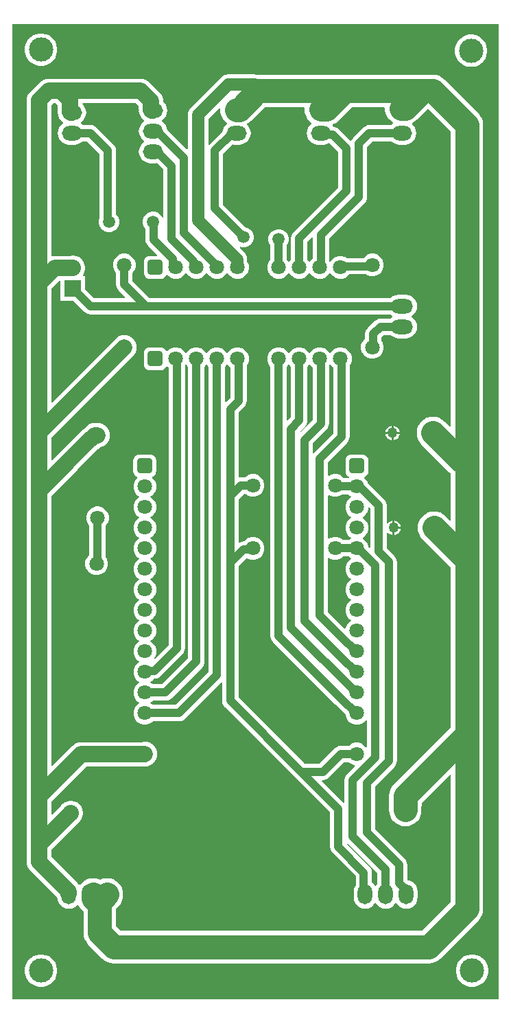
<source format=gbl>
G04*
G04 #@! TF.GenerationSoftware,Altium Limited,Altium Designer,21.0.9 (235)*
G04*
G04 Layer_Physical_Order=2*
G04 Layer_Color=16711680*
%FSTAX44Y44*%
%MOMM*%
G71*
G04*
G04 #@! TF.SameCoordinates,00477293-EDE4-4511-9B12-11A9C6AA5166*
G04*
G04*
G04 #@! TF.FilePolarity,Positive*
G04*
G01*
G75*
%ADD10C,3.0000*%
%ADD11C,1.0000*%
%ADD12C,2.0000*%
%ADD13C,1.5000*%
%ADD14C,1.2750*%
%ADD15R,1.2750X1.2750*%
%ADD16C,3.0000*%
%ADD17C,2.0320*%
%ADD18O,1.8000X2.5000*%
%ADD19O,2.5000X1.8000*%
G04:AMPARAMS|DCode=20|XSize=1.8mm|YSize=1.8mm|CornerRadius=0.225mm|HoleSize=0mm|Usage=FLASHONLY|Rotation=0.000|XOffset=0mm|YOffset=0mm|HoleType=Round|Shape=RoundedRectangle|*
%AMROUNDEDRECTD20*
21,1,1.8000,1.3500,0,0,0.0*
21,1,1.3500,1.8000,0,0,0.0*
1,1,0.4500,0.6750,-0.6750*
1,1,0.4500,-0.6750,-0.6750*
1,1,0.4500,-0.6750,0.6750*
1,1,0.4500,0.6750,0.6750*
%
%ADD20ROUNDEDRECTD20*%
%ADD21C,1.8000*%
G04:AMPARAMS|DCode=22|XSize=1.8mm|YSize=1.8mm|CornerRadius=0.225mm|HoleSize=0mm|Usage=FLASHONLY|Rotation=270.000|XOffset=0mm|YOffset=0mm|HoleType=Round|Shape=RoundedRectangle|*
%AMROUNDEDRECTD22*
21,1,1.8000,1.3500,0,0,270.0*
21,1,1.3500,1.8000,0,0,270.0*
1,1,0.4500,-0.6750,-0.6750*
1,1,0.4500,-0.6750,0.6750*
1,1,0.4500,0.6750,0.6750*
1,1,0.4500,0.6750,-0.6750*
%
%ADD22ROUNDEDRECTD22*%
%ADD23R,2.0320X2.0320*%
%ADD24O,2.7000X1.8000*%
%ADD25C,1.5000*%
G36*
X0060071Y0D02*
X0000127D01*
X00001173Y-00000097D01*
X0Y00000389D01*
Y0120269D01*
X0060071D01*
Y0D01*
D02*
G37*
%LPC*%
G36*
X0003753Y0119094D02*
X0003359D01*
X00029726Y01190171D01*
X00026086Y01188664D01*
X00022811Y01186475D01*
X00020025Y01183689D01*
X00017836Y01180414D01*
X00016329Y01176774D01*
X0001556Y0117291D01*
Y0116897D01*
X00016329Y01165106D01*
X00017836Y01161467D01*
X00020025Y01158191D01*
X00022811Y01155405D01*
X00026086Y01153216D01*
X00029726Y01151709D01*
X0003359Y0115094D01*
X0003753D01*
X00041394Y01151709D01*
X00045033Y01153216D01*
X00048309Y01155405D01*
X00051095Y01158191D01*
X00053284Y01161467D01*
X00054791Y01165106D01*
X0005556Y0116897D01*
Y0117291D01*
X00054791Y01176774D01*
X00053284Y01180414D01*
X00051095Y01183689D01*
X00048309Y01186475D01*
X00045033Y01188664D01*
X00041394Y01190171D01*
X0003753Y0119094D01*
D02*
G37*
G36*
X0056839Y0118967D02*
X0056445D01*
X00560586Y01188901D01*
X00556946Y01187394D01*
X00553671Y01185205D01*
X00550885Y01182419D01*
X00548696Y01179144D01*
X00547189Y01175504D01*
X0054642Y0117164D01*
Y011677D01*
X00547189Y01163836D01*
X00548696Y01160197D01*
X00550885Y01156921D01*
X00553671Y01154135D01*
X00556946Y01151946D01*
X00560586Y01150439D01*
X0056445Y0114967D01*
X0056839D01*
X00572254Y01150439D01*
X00575894Y01151946D01*
X00579169Y01154135D01*
X00581955Y01156921D01*
X00584144Y01160197D01*
X00585651Y01163836D01*
X0058642Y011677D01*
Y0117164D01*
X00585651Y01175504D01*
X00584144Y01179144D01*
X00581955Y01182419D01*
X00579169Y01185205D01*
X00575894Y01187394D01*
X00572254Y01188901D01*
X0056839Y0118967D01*
D02*
G37*
G36*
X0029941Y01140368D02*
X002667D01*
X00263437Y01139938D01*
X00260396Y01138679D01*
X00257785Y01136675D01*
X00220435Y01099325D01*
X00218431Y01096714D01*
X00217172Y01093673D01*
X00216742Y0109041D01*
Y01048751D01*
X00215569Y01048265D01*
X00191366Y01072468D01*
X0019113Y01074265D01*
X00189719Y0107767D01*
X00187475Y01080595D01*
X00184916Y01082558D01*
X00184814Y01082901D01*
Y01083719D01*
X00184916Y01084062D01*
X00187475Y01086025D01*
X00189719Y0108895D01*
X0019113Y01092355D01*
X00191611Y0109601D01*
X0019113Y01099665D01*
X00189719Y0110307D01*
X00187475Y01105995D01*
X00186563Y01106695D01*
Y01107424D01*
X00186563Y01107424D01*
X00186273Y01110365D01*
X00185415Y01113192D01*
X00184022Y01115798D01*
X00182148Y01118082D01*
X00169432Y01130798D01*
X00167148Y01132672D01*
X00164542Y01134065D01*
X00161715Y01134923D01*
X00158774Y01135213D01*
X00044736D01*
X00041795Y01134923D01*
X00038968Y01134065D01*
X00036362Y01132672D01*
X00034078Y01130798D01*
X00022362Y01119082D01*
X00020488Y01116798D01*
X00019095Y01114192D01*
X00018237Y01111365D01*
X00017947Y01108424D01*
Y00882273D01*
Y006985D01*
Y00627223D01*
Y0025019D01*
Y001905D01*
Y0016987D01*
X00018237Y00166929D01*
X00019095Y00164102D01*
X00020488Y00161496D01*
X00022362Y00159212D01*
X00055107Y00126467D01*
X00055925Y00123772D01*
X00056062Y00123516D01*
X0005621Y00122385D01*
X00057621Y0011898D01*
X00059865Y00116055D01*
X0006279Y00113811D01*
X00066195Y001124D01*
X0006985Y00111919D01*
X00073505Y001124D01*
X0007691Y00113811D01*
X00079835Y00116055D01*
X00080216Y00116552D01*
X00081722Y00116428D01*
X0008314Y00113775D01*
X00085639Y00110729D01*
X00087853Y00108516D01*
Y00082344D01*
X00088239Y00078423D01*
X00089383Y00074653D01*
X0009124Y00071178D01*
X00093739Y00068133D01*
X00111313Y0005056D01*
X00111313Y00050559D01*
X00114358Y0004806D01*
X00117833Y00046203D01*
X00121603Y00045059D01*
X00125524Y00044673D01*
X00125524Y00044673D01*
X0051435D01*
X00518271Y00045059D01*
X00522041Y00046203D01*
X00525515Y0004806D01*
X00528561Y00050559D01*
X00575551Y00097549D01*
X0057805Y00100595D01*
X00579907Y00104069D01*
X00581051Y00107839D01*
X00581437Y0011176D01*
Y00326928D01*
Y0054102D01*
X00581437Y0054102D01*
X00581437Y0054102D01*
Y0061722D01*
X00581124Y00620395D01*
X00581437Y0062357D01*
Y0066421D01*
Y0107823D01*
X00581437Y0107823D01*
X00581051Y01082151D01*
X00579907Y01085921D01*
X0057805Y01089395D01*
X00575551Y01092441D01*
X00533641Y01134351D01*
X00530595Y0113685D01*
X00527121Y01138707D01*
X00523351Y01139851D01*
X0051943Y01140237D01*
X0030353D01*
X0030353Y01140237D01*
X00301743Y01140061D01*
X0029941Y01140368D01*
D02*
G37*
G36*
X0056966Y0005556D02*
X0056572D01*
X00561856Y00054791D01*
X00558217Y00053284D01*
X00554941Y00051095D01*
X00552155Y00048309D01*
X00549966Y00045033D01*
X00548459Y00041394D01*
X0054769Y0003753D01*
Y0003359D01*
X00548459Y00029726D01*
X00549966Y00026086D01*
X00552155Y00022811D01*
X00554941Y00020025D01*
X00558217Y00017836D01*
X00561856Y00016329D01*
X0056572Y0001556D01*
X0056966D01*
X00573524Y00016329D01*
X00577164Y00017836D01*
X00580439Y00020025D01*
X00583225Y00022811D01*
X00585414Y00026086D01*
X00586921Y00029726D01*
X0058769Y0003359D01*
Y0003753D01*
X00586921Y00041394D01*
X00585414Y00045033D01*
X00583225Y00048309D01*
X00580439Y00051095D01*
X00577164Y00053284D01*
X00573524Y00054791D01*
X0056966Y0005556D01*
D02*
G37*
G36*
X0003753D02*
X0003359D01*
X00029726Y00054791D01*
X00026086Y00053284D01*
X00022811Y00051095D01*
X00020025Y00048309D01*
X00017836Y00045033D01*
X00016329Y00041394D01*
X0001556Y0003753D01*
Y0003359D01*
X00016329Y00029726D01*
X00017836Y00026086D01*
X00020025Y00022811D01*
X00022811Y00020025D01*
X00026086Y00017836D01*
X00029726Y00016329D01*
X0003359Y0001556D01*
X0003753D01*
X00041394Y00016329D01*
X00045033Y00017836D01*
X00048309Y00020025D01*
X00051095Y00022811D01*
X00053284Y00026086D01*
X00054791Y00029726D01*
X0005556Y0003359D01*
Y0003753D01*
X00054791Y00041394D01*
X00053284Y00045033D01*
X00051095Y00048309D01*
X00048309Y00051095D01*
X00045033Y00053284D01*
X00041394Y00054791D01*
X0003753Y0005556D01*
D02*
G37*
%LPD*%
G36*
X00459999Y01099102D02*
X00459963Y0109874D01*
X00460349Y01094819D01*
X00461493Y01091049D01*
X0046335Y01087575D01*
X00465849Y01084529D01*
X00468895Y0108203D01*
X00470164Y01081351D01*
X00470223Y0107988D01*
X00467977Y01078156D01*
X00440878D01*
X00438267Y01077813D01*
X00435835Y01076805D01*
X00433746Y01075202D01*
X00420893Y0106235D01*
X00419291Y01060261D01*
X00418786Y01059044D01*
X00417288Y01058746D01*
X00402899Y01073135D01*
X0040081Y01074738D01*
X00398378Y01075745D01*
X00396019Y01076056D01*
X00395188Y01077139D01*
X0039566Y0107861D01*
X00396001Y01078713D01*
X00399475Y0108057D01*
X00402521Y01083069D01*
X00419494Y01100043D01*
X00459146D01*
X00459999Y01099102D01*
D02*
G37*
G36*
X00256898Y01098437D02*
X00256763Y0109707D01*
X00257149Y01093149D01*
X00258293Y01089379D01*
X0026015Y01085905D01*
X00262649Y01082859D01*
X00265018Y01080916D01*
X0026504Y01079333D01*
X00263375Y01078055D01*
X00261131Y0107513D01*
X0025972Y01071725D01*
X00259484Y01069928D01*
X00243228Y01053672D01*
X00241958Y01053912D01*
Y01085188D01*
X0025575Y0109898D01*
X00256898Y01098437D01*
D02*
G37*
G36*
X00156417Y01101181D02*
Y0109701D01*
X00156453Y01096647D01*
X00156369Y0109601D01*
X0015685Y01092355D01*
X00158261Y0108895D01*
X00160505Y01086025D01*
X00163064Y01084062D01*
X00163166Y01083719D01*
Y01082901D01*
X00163064Y01082558D01*
X00160505Y01080595D01*
X00158261Y0107767D01*
X0015685Y01074265D01*
X00156369Y0107061D01*
X0015685Y01066955D01*
X00158261Y0106355D01*
X00160505Y01060625D01*
X00163064Y01058662D01*
X00163166Y01058319D01*
Y01057501D01*
X00163064Y01057158D01*
X00160505Y01055195D01*
X00158261Y0105227D01*
X0015685Y01048865D01*
X00156369Y0104521D01*
X0015685Y01041555D01*
X00158261Y0103815D01*
X00160505Y01035225D01*
X0016343Y01032981D01*
X00166835Y0103157D01*
X0017049Y01031089D01*
X0017749D01*
X00178662Y01031244D01*
X00186764Y01023142D01*
Y00964135D01*
X00186683Y00964102D01*
X00185494Y00963925D01*
X00183993Y00966525D01*
X00181665Y00968852D01*
X00178815Y00970498D01*
X00175636Y0097135D01*
X00172344D01*
X00169165Y00970498D01*
X00166315Y00968852D01*
X00163988Y00966525D01*
X00162342Y00963675D01*
X0016149Y00960496D01*
Y00957204D01*
X00162342Y00954025D01*
X00163988Y00951175D01*
X00164535Y00950627D01*
Y00936628D01*
X00164879Y00934018D01*
X00165887Y00931585D01*
X0016749Y00929496D01*
X0017906Y00917926D01*
X00178574Y00916752D01*
X0016978D01*
X00167887Y00916503D01*
X00166124Y00915773D01*
X00164609Y00914611D01*
X00163447Y00913096D01*
X00162717Y00911333D01*
X00162467Y0090944D01*
Y0089594D01*
X00162717Y00894047D01*
X00163447Y00892284D01*
X00164609Y00890769D01*
X00166124Y00889607D01*
X00167887Y00888877D01*
X0016978Y00888627D01*
X0018328D01*
X00185173Y00888877D01*
X00186936Y00889607D01*
X00188451Y00890769D01*
X00189613Y00892284D01*
X00189943Y00893082D01*
X00191441Y0089338D01*
X00193334Y00891487D01*
X00196526Y00889644D01*
X00200087Y0088869D01*
X00203773D01*
X00207334Y00889644D01*
X00210526Y00891487D01*
X00213133Y00894094D01*
X00213995Y00895587D01*
X00215265D01*
X00216127Y00894094D01*
X00218734Y00891487D01*
X00221926Y00889644D01*
X00225487Y0088869D01*
X00229173D01*
X00232734Y00889644D01*
X00235926Y00891487D01*
X00238533Y00894094D01*
X00239395Y00895587D01*
X00240665D01*
X00241527Y00894094D01*
X00244134Y00891487D01*
X00247326Y00889644D01*
X00250887Y0088869D01*
X00254573D01*
X00258134Y00889644D01*
X00261326Y00891487D01*
X00263933Y00894094D01*
X00264795Y00895587D01*
X00266065D01*
X00266927Y00894094D01*
X00269534Y00891487D01*
X00272726Y00889644D01*
X00276287Y0088869D01*
X00279973D01*
X00283534Y00889644D01*
X00286726Y00891487D01*
X00289333Y00894094D01*
X00291176Y00897286D01*
X0029213Y00900847D01*
Y00904533D01*
X00291176Y00908094D01*
X00290164Y00909847D01*
Y00912434D01*
X00289734Y00915697D01*
X00288475Y00918738D01*
X00286471Y00921349D01*
X00281004Y00926816D01*
X00281662Y00927954D01*
X00284104Y009273D01*
X00287396D01*
X00290575Y00928152D01*
X00293425Y00929798D01*
X00295753Y00932125D01*
X00297398Y00934975D01*
X0029825Y00938154D01*
Y00941446D01*
X00297398Y00944625D01*
X00295753Y00947475D01*
X00293425Y00949802D01*
X00290575Y00951448D01*
X00287558Y00952257D01*
X00260276Y00979538D01*
Y01042192D01*
X00272188Y01054104D01*
X0027336Y01053949D01*
X0028036D01*
X00284015Y0105443D01*
X0028742Y01055841D01*
X00290345Y01058085D01*
X00292589Y0106101D01*
X00294Y01064415D01*
X00294481Y0106807D01*
X00294Y01071725D01*
X00292589Y0107513D01*
X00290345Y01078055D01*
X0029003Y01078297D01*
X00290133Y01079563D01*
X00291625Y0108036D01*
X00294671Y01082859D01*
X00311854Y01100043D01*
X0036023D01*
X00361083Y01099102D01*
X00360903Y0109728D01*
X00361289Y01093359D01*
X00362433Y01089589D01*
X0036429Y01086115D01*
X00366789Y01083069D01*
X0036929Y01081018D01*
X00369376Y01079483D01*
X00367515Y01078055D01*
X00365271Y0107513D01*
X0036386Y01071725D01*
X00363379Y0106807D01*
X0036386Y01064415D01*
X00365271Y0106101D01*
X00367515Y01058085D01*
X0037044Y01055841D01*
X00373845Y0105443D01*
X003775Y01053949D01*
X003845D01*
X00388155Y0105443D01*
X0039156Y01055841D01*
X00391619Y01055886D01*
X00402664Y01044842D01*
Y01001128D01*
X00347198Y00945662D01*
X00345595Y00943573D01*
X00344587Y00941141D01*
X00344244Y0093853D01*
Y00912403D01*
X00343127Y00911286D01*
X00342265Y00909793D01*
X00340995D01*
X00340133Y00911286D01*
X00339016Y00912403D01*
Y0092973D01*
X00340578Y00932435D01*
X0034143Y00935614D01*
Y00938906D01*
X00340578Y00942085D01*
X00338932Y00944935D01*
X00336605Y00947262D01*
X00333755Y00948908D01*
X00330576Y0094976D01*
X00327284D01*
X00324105Y00948908D01*
X00321255Y00947262D01*
X00318927Y00944935D01*
X00317282Y00942085D01*
X0031643Y00938906D01*
Y00935614D01*
X00317282Y00932435D01*
X00318844Y0092973D01*
Y00912403D01*
X00317727Y00911286D01*
X00315884Y00908094D01*
X0031493Y00904533D01*
Y00900847D01*
X00315884Y00897286D01*
X00317727Y00894094D01*
X00320334Y00891487D01*
X00323526Y00889644D01*
X00327087Y0088869D01*
X00330773D01*
X00334334Y00889644D01*
X00337526Y00891487D01*
X00340133Y00894094D01*
X00340995Y00895587D01*
X00342265D01*
X00343127Y00894094D01*
X00345734Y00891487D01*
X00348926Y00889644D01*
X00352487Y0088869D01*
X00356173D01*
X00359734Y00889644D01*
X00362926Y00891487D01*
X00365533Y00894094D01*
X00366395Y00895587D01*
X00367665D01*
X00368527Y00894094D01*
X00371134Y00891487D01*
X00374326Y00889644D01*
X00377887Y0088869D01*
X00381573D01*
X00385134Y00889644D01*
X00388326Y00891487D01*
X00390933Y00894094D01*
X00391795Y00895587D01*
X00393065D01*
X00393927Y00894094D01*
X00396534Y00891487D01*
X00399726Y00889644D01*
X00403287Y0088869D01*
X00406973D01*
X00410534Y00889644D01*
X00413726Y00891487D01*
X00416253Y00894014D01*
X00436412D01*
X00439096Y00892464D01*
X00442657Y0089151D01*
X00446343D01*
X00449904Y00892464D01*
X00453096Y00894307D01*
X00455703Y00896914D01*
X00457546Y00900106D01*
X004585Y00903667D01*
Y00907353D01*
X00457546Y00910914D01*
X00455703Y00914106D01*
X00453096Y00916713D01*
X00449904Y00918556D01*
X00446343Y0091951D01*
X00442657D01*
X00439096Y00918556D01*
X00435904Y00916713D01*
X00433377Y00914186D01*
X00413218D01*
X00410534Y00915736D01*
X00406973Y0091669D01*
X00403287D01*
X00399726Y00915736D01*
X00396534Y00913893D01*
X00393927Y00911286D01*
X00393065Y00909793D01*
X00391795D01*
X00391086Y0091102D01*
Y00938162D01*
X00435158Y00982233D01*
X0043676Y00984322D01*
X00437768Y00986755D01*
X00438112Y00989365D01*
Y0105104D01*
X00445056Y01057984D01*
X00467977D01*
X0047077Y01055841D01*
X00474175Y0105443D01*
X0047783Y01053949D01*
X0048483D01*
X00488485Y0105443D01*
X0049189Y01055841D01*
X00494815Y01058085D01*
X00497059Y0106101D01*
X0049847Y01064415D01*
X00498951Y0106807D01*
X0049847Y01071725D01*
X00497059Y0107513D01*
X00494815Y01078055D01*
X00493535Y01079037D01*
X00493711Y01080502D01*
X00496569Y0108203D01*
X00499615Y01084529D01*
X00513117Y01098032D01*
X00541243Y01069906D01*
Y00706767D01*
X0054007Y00706281D01*
X00533641Y00712711D01*
X00530595Y0071521D01*
X00527121Y00717067D01*
X00523351Y00718211D01*
X0051943Y00718597D01*
X00515509Y00718211D01*
X00511739Y00717067D01*
X00508265Y0071521D01*
X00505219Y00712711D01*
X0050272Y00709665D01*
X00500863Y00706191D01*
X00499719Y00702421D01*
X00499333Y006985D01*
X00499719Y00694579D01*
X00500863Y00690809D01*
X0050272Y00687335D01*
X00505219Y00684289D01*
X00539509Y0065D01*
X00539509Y00649999D01*
X00541243Y00648577D01*
Y0062357D01*
X00541556Y00620395D01*
X00541243Y0061722D01*
Y00591197D01*
X0054007Y00590711D01*
X00534911Y00595871D01*
X00531865Y0059837D01*
X00528391Y00600227D01*
X00524621Y00601371D01*
X005207Y00601757D01*
X00516779Y00601371D01*
X00513009Y00600227D01*
X00509535Y0059837D01*
X00506489Y00595871D01*
X0050399Y00592825D01*
X00502133Y00589351D01*
X00500989Y00585581D01*
X00500603Y0058166D01*
X00500989Y00577739D01*
X00502133Y00573969D01*
X0050399Y00570495D01*
X00506489Y00567449D01*
X00541243Y00532696D01*
Y00335252D01*
X00471139Y00265149D01*
X0046864Y00262103D01*
X00466783Y00258629D01*
X00465639Y00254859D01*
X00465253Y00250938D01*
Y0023368D01*
X00465639Y00229759D01*
X00466783Y00225989D01*
X0046864Y00222515D01*
X00471139Y00219469D01*
X00474185Y0021697D01*
X00477659Y00215113D01*
X00481429Y00213969D01*
X0048535Y00213583D01*
X00489271Y00213969D01*
X00493041Y00215113D01*
X00496515Y0021697D01*
X00499561Y00219469D01*
X0050206Y00222515D01*
X00503917Y00225989D01*
X00505061Y00229759D01*
X00505447Y0023368D01*
Y00242614D01*
X0054007Y00277237D01*
X00541243Y00276751D01*
Y00120084D01*
X00506026Y00084867D01*
X00133848D01*
X00128047Y00090668D01*
Y00112116D01*
X00131261Y00115329D01*
X0013376Y00118375D01*
X00135617Y00121849D01*
X00136761Y00125619D01*
X00137147Y0012954D01*
X00136761Y00133461D01*
X00135617Y00137231D01*
X0013376Y00140705D01*
X00131261Y00143751D01*
X00128215Y0014625D01*
X00124741Y00148107D01*
X00120971Y00149251D01*
X0011705Y00149637D01*
X00113129Y00149251D01*
X00109359Y00148107D01*
X0010845Y00147621D01*
X00107541Y00148107D01*
X00103771Y00149251D01*
X0009985Y00149637D01*
X00095929Y00149251D01*
X00092159Y00148107D01*
X00088685Y0014625D01*
X00085639Y00143751D01*
X00083783Y00141488D01*
X00082985Y00141446D01*
X00082231Y00141599D01*
X00080508Y00143698D01*
X00048093Y00176113D01*
Y00184257D01*
X00081681Y00217845D01*
X00082054Y00218095D01*
X00084165Y00220206D01*
X00085825Y00222689D01*
X00086967Y00225448D01*
X0008755Y00228377D01*
Y00231363D01*
X00086967Y00234292D01*
X00085825Y00237051D01*
X00084165Y00239534D01*
X00082054Y00241646D01*
X00079571Y00243305D01*
X00076812Y00244447D01*
X00073883Y0024503D01*
X00070897D01*
X00067968Y00244447D01*
X00065209Y00243305D01*
X00062726Y00241646D01*
X00060615Y00239534D01*
X00060366Y00239161D01*
X00049266Y00228062D01*
X00048093Y00228548D01*
Y00243947D01*
X00091333Y00287187D01*
X001633D01*
X00166241Y00287477D01*
X00169068Y00288335D01*
X00171674Y00289728D01*
X00173958Y00291602D01*
X00174358Y00292002D01*
X00176232Y00294286D01*
X00177625Y00296892D01*
X00178483Y0029972D01*
X00178773Y0030266D01*
X00178483Y003056D01*
X00177625Y00308428D01*
X00176232Y00311034D01*
X00174358Y00313318D01*
X00172074Y00315192D01*
X00169468Y00316585D01*
X0016664Y00317443D01*
X001637Y00317733D01*
X0016076Y00317443D01*
X00160396Y00317333D01*
X0008509D01*
X00082149Y00317043D01*
X00079322Y00316185D01*
X00076716Y00314792D01*
X00074432Y00312918D01*
X00049266Y00287752D01*
X00048093Y00288238D01*
Y0062098D01*
X00080586Y00653474D01*
X00080586Y00653474D01*
X00105209Y00678096D01*
X0010567Y00678343D01*
X00107954Y00680217D01*
X00108457Y00680721D01*
X00111178Y00681546D01*
X00113784Y00682939D01*
X00116068Y00684813D01*
X00117942Y00687097D01*
X00119335Y00689703D01*
X00120193Y00692531D01*
X00120483Y00695471D01*
X00120193Y00698412D01*
X00119335Y00701239D01*
X00117942Y00703845D01*
X00116068Y00706129D01*
X00113784Y00708003D01*
X00111178Y00709396D01*
X0010835Y00710254D01*
X0010541Y00710544D01*
X00101892D01*
X00098952Y00710254D01*
X00096124Y00709396D01*
X00093518Y00708003D01*
X00091234Y00706129D01*
X00088759Y00703654D01*
X00088298Y00703407D01*
X00086014Y00701533D01*
X00059271Y0067479D01*
X00059271Y0067479D01*
X00049266Y00664785D01*
X00048093Y00665271D01*
Y00692257D01*
X00149088Y00793252D01*
X00150962Y00795536D01*
X00152355Y00798142D01*
X00153213Y00800969D01*
X00153503Y0080391D01*
X00153213Y00806851D01*
X00152355Y00809678D01*
X00150962Y00812284D01*
X00149088Y00814568D01*
X00146804Y00816442D01*
X00144198Y00817835D01*
X0014137Y00818693D01*
X0013843Y00818983D01*
X0013549Y00818693D01*
X00132662Y00817835D01*
X00130056Y00816442D01*
X00127772Y00814568D01*
X00049266Y00736062D01*
X00048093Y00736548D01*
Y0087603D01*
X000585Y00886437D01*
X0005977Y00886255D01*
Y0086114D01*
X00075826D01*
X00089388Y00847578D01*
X00091477Y00845975D01*
X0009391Y00844967D01*
X0009652Y00844624D01*
X00466977D01*
X00469403Y00842762D01*
X00469506Y00842419D01*
Y00841601D01*
X00469403Y00841258D01*
X00466977Y00839396D01*
X0045466D01*
X00452049Y00839053D01*
X00449617Y00838045D01*
X00447528Y00836442D01*
X00438628Y00827542D01*
X00437025Y00825453D01*
X00436017Y0082302D01*
X00435674Y0082041D01*
Y00814883D01*
X00433297Y00812506D01*
X00431454Y00809314D01*
X004305Y00805753D01*
Y00802067D01*
X00431454Y00798506D01*
X00433297Y00795314D01*
X00435904Y00792707D01*
X00439096Y00790864D01*
X00442657Y0078991D01*
X00446343D01*
X00449904Y00790864D01*
X00453096Y00792707D01*
X00455703Y00795314D01*
X00457546Y00798506D01*
X004585Y00802067D01*
Y00805753D01*
X00457546Y00809314D01*
X00455846Y00812258D01*
Y00816232D01*
X00458838Y00819224D01*
X00466977D01*
X0046977Y00817081D01*
X00473175Y0081567D01*
X0047683Y00815189D01*
X0048583D01*
X00489485Y0081567D01*
X0049289Y00817081D01*
X00495815Y00819325D01*
X00498059Y0082225D01*
X0049947Y00825655D01*
X00499951Y0082931D01*
X0049947Y00832965D01*
X00498059Y0083637D01*
X00495815Y00839295D01*
X00493256Y00841258D01*
X00493154Y00841601D01*
Y00842419D01*
X00493256Y00842762D01*
X00495815Y00844725D01*
X00498059Y0084765D01*
X0049947Y00851055D01*
X00499951Y0085471D01*
X0049947Y00858365D01*
X00498059Y0086177D01*
X00495815Y00864695D01*
X0049289Y00866939D01*
X00489485Y0086835D01*
X0048583Y00868831D01*
X0047683D01*
X00473175Y0086835D01*
X0046977Y00866939D01*
X00466977Y00864796D01*
X00169187D01*
X00148516Y00885467D01*
Y00895797D01*
X00149633Y00896914D01*
X00151476Y00900106D01*
X0015243Y00903667D01*
Y00907353D01*
X00151476Y00910914D01*
X00149633Y00914106D01*
X00147026Y00916713D01*
X00143834Y00918556D01*
X00140273Y0091951D01*
X00136587D01*
X00133026Y00918556D01*
X00129834Y00916713D01*
X00127227Y00914106D01*
X00125384Y00910914D01*
X0012443Y00907353D01*
Y00903667D01*
X00125384Y00900106D01*
X00127227Y00896914D01*
X00128344Y00895797D01*
Y00881289D01*
X00128687Y00878679D01*
X00129695Y00876246D01*
X00131298Y00874157D01*
X00139486Y0086597D01*
X00139Y00864796D01*
X00100698D01*
X0009009Y00875404D01*
Y0089146D01*
X00087848D01*
X00087169Y0089273D01*
X00088365Y00894519D01*
X00089507Y00897278D01*
X0009009Y00900207D01*
Y00903193D01*
X00089507Y00906122D01*
X00088365Y00908881D01*
X00086706Y00911364D01*
X00084594Y00913475D01*
X00082111Y00915135D01*
X00079352Y00916277D01*
X00076423Y0091686D01*
X00073437D01*
X0007269Y00916711D01*
X00052386D01*
X00049445Y00916422D01*
X00049113Y00916321D01*
X00048093Y00917077D01*
Y01102181D01*
X00050979Y01105067D01*
X00053447D01*
X00056087Y01102427D01*
Y0109447D01*
X00056123Y01094108D01*
X00056039Y0109347D01*
X0005652Y01089815D01*
X00057931Y0108641D01*
X00060175Y01083485D01*
X00062733Y01081522D01*
X00062836Y01081179D01*
Y01080361D01*
X00062733Y01080018D01*
X00060175Y01078055D01*
X00057931Y0107513D01*
X0005652Y01071725D01*
X00056039Y0106807D01*
X0005652Y01064415D01*
X00057931Y0106101D01*
X00060175Y01058085D01*
X000631Y01055841D01*
X00066505Y0105443D01*
X0007016Y01053949D01*
X0007716D01*
X00080815Y0105443D01*
X0008422Y01055841D01*
X00087013Y01057984D01*
X00092342D01*
X00108024Y01042302D01*
Y0096418D01*
X00107732Y00963675D01*
X0010688Y00960496D01*
Y00957204D01*
X00107732Y00954025D01*
X00109377Y00951175D01*
X00111705Y00948848D01*
X00114555Y00947202D01*
X00117734Y0094635D01*
X00121026D01*
X00124205Y00947202D01*
X00127055Y00948848D01*
X00129382Y00951175D01*
X00131028Y00954025D01*
X0013188Y00957204D01*
Y00960496D01*
X00131028Y00963675D01*
X00129382Y00966525D01*
X00128196Y00967711D01*
Y0104648D01*
X00127853Y0104909D01*
X00126845Y01051523D01*
X00125242Y01053612D01*
X00103652Y01075202D01*
X00101563Y01076805D01*
X0009913Y01077813D01*
X0009652Y01078156D01*
X00087013D01*
X00084586Y01080018D01*
X00084484Y01080361D01*
Y01081179D01*
X00084586Y01081522D01*
X00087145Y01083485D01*
X00089389Y0108641D01*
X000908Y01089815D01*
X00091281Y0109347D01*
X000908Y01097125D01*
X00089389Y0110053D01*
X00087145Y01103455D01*
X00086699Y01103797D01*
X0008713Y01105067D01*
X00152531D01*
X00156417Y01101181D01*
D02*
G37*
G36*
X00370914Y0093919D02*
Y00913673D01*
X00368527Y00911286D01*
X00367665Y00909793D01*
X00366395D01*
X00365533Y00911286D01*
X00364416Y00912403D01*
Y00934352D01*
X0036974Y00939676D01*
X00370914Y0093919D01*
D02*
G37*
%LPC*%
G36*
X004707Y00707389D02*
Y0069977D01*
X00478319D01*
X00477737Y00701941D01*
X00476564Y00703974D01*
X00474904Y00705634D01*
X00472871Y00706807D01*
X004707Y00707389D01*
D02*
G37*
G36*
X0046816D02*
X00465989Y00706807D01*
X00463956Y00705634D01*
X00462296Y00703974D01*
X00461123Y00701941D01*
X00460541Y0069977D01*
X0046816D01*
Y00707389D01*
D02*
G37*
G36*
X00478319Y0069723D02*
X004707D01*
Y00689611D01*
X00472871Y00690192D01*
X00474904Y00691366D01*
X00476564Y00693026D01*
X00477737Y00695059D01*
X00478319Y0069723D01*
D02*
G37*
G36*
X0046816D02*
X00460541D01*
X00461123Y00695059D01*
X00462296Y00693026D01*
X00463956Y00691366D01*
X00465989Y00690192D01*
X0046816Y00689611D01*
Y0069723D01*
D02*
G37*
G36*
X0047197Y00590549D02*
Y0058293D01*
X00479589D01*
X00479007Y00585101D01*
X00477834Y00587134D01*
X00476174Y00588794D01*
X00474141Y00589967D01*
X0047197Y00590549D01*
D02*
G37*
G36*
X00479589Y0058039D02*
X0047197D01*
Y00572771D01*
X00474141Y00573353D01*
X00476174Y00574526D01*
X00477834Y00576186D01*
X00479007Y00578219D01*
X00479589Y0058039D01*
D02*
G37*
G36*
X00107253Y00607871D02*
X00103567D01*
X00100006Y00606917D01*
X00096814Y00605074D01*
X00094207Y00602467D01*
X00092364Y00599275D01*
X0009141Y00595714D01*
Y00592028D01*
X00092364Y00588467D01*
X00094207Y00585275D01*
X00095324Y00584158D01*
Y00548193D01*
X00092937Y00545806D01*
X00091094Y00542614D01*
X0009014Y00539053D01*
Y00535367D01*
X00091094Y00531806D01*
X00092937Y00528614D01*
X00095544Y00526007D01*
X00098736Y00524164D01*
X00102297Y0052321D01*
X00105983D01*
X00109544Y00524164D01*
X00112736Y00526007D01*
X00115343Y00528614D01*
X00117186Y00531806D01*
X0011814Y00535367D01*
Y00539053D01*
X00117186Y00542614D01*
X00115496Y0054554D01*
Y00584158D01*
X00116613Y00585275D01*
X00118456Y00588467D01*
X0011941Y00592028D01*
Y00595714D01*
X00118456Y00599275D01*
X00116613Y00602467D01*
X00114006Y00605074D01*
X00110814Y00606917D01*
X00107253Y00607871D01*
D02*
G37*
G36*
X0018328Y00804003D02*
X0016978D01*
X00167887Y00803753D01*
X00166124Y00803023D01*
X00164609Y00801861D01*
X00163447Y00800346D01*
X00162717Y00798583D01*
X00162467Y0079669D01*
Y0078319D01*
X00162717Y00781297D01*
X00163447Y00779534D01*
X00164609Y00778019D01*
X00166124Y00776857D01*
X00167887Y00776127D01*
X0016978Y00775878D01*
X0018328D01*
X00185173Y00776127D01*
X00186936Y00776857D01*
X00188451Y00778019D01*
X00189613Y00779534D01*
X00189943Y00780332D01*
X00191441Y0078063D01*
X00193114Y00778957D01*
Y00437248D01*
X0017615Y00420284D01*
X00175134Y00421064D01*
X00176746Y00423856D01*
X001777Y00427417D01*
Y00431103D01*
X00176746Y00434664D01*
X00174903Y00437856D01*
X00172296Y00440463D01*
X00170803Y00441325D01*
Y00442595D01*
X00172296Y00443457D01*
X00174903Y00446064D01*
X00176746Y00449256D01*
X001777Y00452817D01*
Y00456503D01*
X00176746Y00460064D01*
X00174903Y00463256D01*
X00172296Y00465863D01*
X00170803Y00466725D01*
Y00467995D01*
X00172296Y00468857D01*
X00174903Y00471464D01*
X00176746Y00474656D01*
X001777Y00478217D01*
Y00481903D01*
X00176746Y00485464D01*
X00174903Y00488656D01*
X00172296Y00491263D01*
X00170803Y00492125D01*
Y00493395D01*
X00172296Y00494257D01*
X00174903Y00496864D01*
X00176746Y00500056D01*
X001777Y00503617D01*
Y00507303D01*
X00176746Y00510864D01*
X00174903Y00514056D01*
X00172296Y00516663D01*
X00170803Y00517525D01*
Y00518795D01*
X00172296Y00519657D01*
X00174903Y00522264D01*
X00176746Y00525456D01*
X001777Y00529017D01*
Y00532703D01*
X00176746Y00536264D01*
X00174903Y00539456D01*
X00172296Y00542063D01*
X00170803Y00542925D01*
Y00544195D01*
X00172296Y00545057D01*
X00174903Y00547664D01*
X00176746Y00550856D01*
X001777Y00554417D01*
Y00558103D01*
X00176746Y00561664D01*
X00174903Y00564856D01*
X00172296Y00567463D01*
X00170803Y00568325D01*
Y00569595D01*
X00172296Y00570457D01*
X00174903Y00573064D01*
X00176746Y00576256D01*
X001777Y00579817D01*
Y00583503D01*
X00176746Y00587064D01*
X00174903Y00590256D01*
X00172296Y00592863D01*
X00170803Y00593725D01*
Y00594995D01*
X00172296Y00595857D01*
X00174903Y00598464D01*
X00176746Y00601656D01*
X001777Y00605217D01*
Y00608903D01*
X00176746Y00612464D01*
X00174903Y00615656D01*
X00172296Y00618263D01*
X00170803Y00619125D01*
Y00620395D01*
X00172296Y00621257D01*
X00174903Y00623864D01*
X00176746Y00627056D01*
X001777Y00630617D01*
Y00634303D01*
X00176746Y00637864D01*
X00174903Y00641056D01*
X0017301Y00642949D01*
X00173308Y00644447D01*
X00174106Y00644777D01*
X00175621Y00645939D01*
X00176783Y00647454D01*
X00177513Y00649217D01*
X00177763Y0065111D01*
Y0066461D01*
X00177513Y00666503D01*
X00176783Y00668266D01*
X00175621Y00669781D01*
X00174106Y00670943D01*
X00172343Y00671673D01*
X0017045Y00671923D01*
X0015695D01*
X00155057Y00671673D01*
X00153294Y00670943D01*
X00151779Y00669781D01*
X00150617Y00668266D01*
X00149887Y00666503D01*
X00149637Y0066461D01*
Y0065111D01*
X00149887Y00649217D01*
X00150617Y00647454D01*
X00151779Y00645939D01*
X00153294Y00644777D01*
X00154092Y00644447D01*
X0015439Y00642949D01*
X00152497Y00641056D01*
X00150654Y00637864D01*
X001497Y00634303D01*
Y00630617D01*
X00150654Y00627056D01*
X00152497Y00623864D01*
X00155104Y00621257D01*
X00156597Y00620395D01*
Y00619125D01*
X00155104Y00618263D01*
X00152497Y00615656D01*
X00150654Y00612464D01*
X001497Y00608903D01*
Y00605217D01*
X00150654Y00601656D01*
X00152497Y00598464D01*
X00155104Y00595857D01*
X00156597Y00594995D01*
Y00593725D01*
X00155104Y00592863D01*
X00152497Y00590256D01*
X00150654Y00587064D01*
X001497Y00583503D01*
Y00579817D01*
X00150654Y00576256D01*
X00152497Y00573064D01*
X00155104Y00570457D01*
X00156597Y00569595D01*
Y00568325D01*
X00155104Y00567463D01*
X00152497Y00564856D01*
X00150654Y00561664D01*
X001497Y00558103D01*
Y00554417D01*
X00150654Y00550856D01*
X00152497Y00547664D01*
X00155104Y00545057D01*
X00156597Y00544195D01*
Y00542925D01*
X00155104Y00542063D01*
X00152497Y00539456D01*
X00150654Y00536264D01*
X001497Y00532703D01*
Y00529017D01*
X00150654Y00525456D01*
X00152497Y00522264D01*
X00155104Y00519657D01*
X00156597Y00518795D01*
Y00517525D01*
X00155104Y00516663D01*
X00152497Y00514056D01*
X00150654Y00510864D01*
X001497Y00507303D01*
Y00503617D01*
X00150654Y00500056D01*
X00152497Y00496864D01*
X00155104Y00494257D01*
X00156597Y00493395D01*
Y00492125D01*
X00155104Y00491263D01*
X00152497Y00488656D01*
X00150654Y00485464D01*
X001497Y00481903D01*
Y00478217D01*
X00150654Y00474656D01*
X00152497Y00471464D01*
X00155104Y00468857D01*
X00156597Y00467995D01*
Y00466725D01*
X00155104Y00465863D01*
X00152497Y00463256D01*
X00150654Y00460064D01*
X001497Y00456503D01*
Y00452817D01*
X00150654Y00449256D01*
X00152497Y00446064D01*
X00155104Y00443457D01*
X00156597Y00442595D01*
Y00441325D01*
X00155104Y00440463D01*
X00152497Y00437856D01*
X00150654Y00434664D01*
X001497Y00431103D01*
Y00427417D01*
X00150654Y00423856D01*
X00152497Y00420664D01*
X00155104Y00418057D01*
X00156597Y00417195D01*
Y00415925D01*
X00155104Y00415063D01*
X00152497Y00412456D01*
X00150654Y00409264D01*
X001497Y00405703D01*
Y00402017D01*
X00150654Y00398456D01*
X00152497Y00395264D01*
X00155104Y00392657D01*
X00156597Y00391795D01*
Y00390525D01*
X00155104Y00389663D01*
X00152497Y00387056D01*
X00150654Y00383864D01*
X001497Y00380303D01*
Y00376617D01*
X00150654Y00373056D01*
X00152497Y00369864D01*
X00155104Y00367257D01*
X00156597Y00366395D01*
Y00365125D01*
X00155104Y00364263D01*
X00152497Y00361656D01*
X00150654Y00358464D01*
X001497Y00354903D01*
Y00351217D01*
X00150654Y00347656D01*
X00152497Y00344464D01*
X00155104Y00341857D01*
X00158296Y00340014D01*
X00161857Y0033906D01*
X00165543D01*
X00169104Y00340014D01*
X00172296Y00341857D01*
X00173413Y00342974D01*
X0020574D01*
X00208351Y00343317D01*
X00210783Y00344325D01*
X00212872Y00345928D01*
X0025798Y00391036D01*
X00259154Y0039055D01*
Y003683D01*
X00259497Y0036569D01*
X00260505Y00363257D01*
X00262108Y00361168D01*
X00349738Y00273538D01*
X00392504Y00230772D01*
Y0018796D01*
X00392847Y0018535D01*
X00393855Y00182917D01*
X00395458Y00180828D01*
X00423993Y00152293D01*
Y00140898D01*
X00423381Y001401D01*
X0042197Y00136695D01*
X00421489Y0013304D01*
Y0012604D01*
X0042197Y00122385D01*
X00423381Y0011898D01*
X00425625Y00116055D01*
X0042855Y00113811D01*
X00431955Y001124D01*
X0043561Y00111919D01*
X00439265Y001124D01*
X0044267Y00113811D01*
X00445595Y00116055D01*
X00447558Y00118614D01*
X00447901Y00118716D01*
X00448719D01*
X00449062Y00118614D01*
X00451025Y00116055D01*
X0045395Y00113811D01*
X00457355Y001124D01*
X0046101Y00111919D01*
X00464665Y001124D01*
X0046807Y00113811D01*
X00470995Y00116055D01*
X00472958Y00118614D01*
X00473301Y00118716D01*
X00474119D01*
X00474462Y00118614D01*
X00476425Y00116055D01*
X0047935Y00113811D01*
X00482755Y001124D01*
X0048641Y00111919D01*
X00490065Y001124D01*
X0049347Y00113811D01*
X00496395Y00116055D01*
X00498639Y0011898D01*
X0050005Y00122385D01*
X00500531Y0012604D01*
Y0013304D01*
X0050005Y00136695D01*
X00498639Y001401D01*
X00496395Y00143025D01*
X0049347Y00145269D01*
X00490065Y0014668D01*
X00488268Y00146916D01*
X00487606Y00147578D01*
Y0016637D01*
X00487263Y00168981D01*
X00486255Y00171413D01*
X00484652Y00173502D01*
X00447996Y00210158D01*
Y00262859D01*
X00471952Y00286815D01*
X00473555Y00288904D01*
X00474563Y00291336D01*
X00474906Y00293947D01*
Y00539573D01*
X00474563Y00542184D01*
X00473555Y00544616D01*
X00471952Y00546705D01*
X00462206Y00556451D01*
Y00576002D01*
X00463476Y00576342D01*
X00463566Y00576186D01*
X00465226Y00574526D01*
X00467259Y00573353D01*
X0046943Y00572771D01*
Y0058166D01*
Y00590549D01*
X00467259Y00589967D01*
X00465226Y00588794D01*
X00463566Y00587134D01*
X00463476Y00586978D01*
X00462206Y00587318D01*
Y00609458D01*
X00461863Y00612068D01*
X00460855Y00614501D01*
X00459252Y0061659D01*
X00441083Y00634759D01*
X00440439Y00635253D01*
X0043874Y00636952D01*
X00438496Y00637864D01*
X00436653Y00641056D01*
X0043476Y00642949D01*
X00435058Y00644447D01*
X00435856Y00644777D01*
X00437371Y00645939D01*
X00438533Y00647454D01*
X00439263Y00649217D01*
X00439512Y0065111D01*
Y0066461D01*
X00439263Y00666503D01*
X00438533Y00668266D01*
X00437371Y00669781D01*
X00435856Y00670943D01*
X00434093Y00671673D01*
X004322Y00671923D01*
X004187D01*
X00416807Y00671673D01*
X00415044Y00670943D01*
X00413529Y00669781D01*
X00412367Y00668266D01*
X00411637Y00666503D01*
X00411387Y0066461D01*
Y0065111D01*
X00411637Y00649217D01*
X00412367Y00647454D01*
X00413529Y00645939D01*
X00415044Y00644777D01*
X0041583Y00644451D01*
X00415578Y00643181D01*
X00409128D01*
X00407376Y00644933D01*
X00404184Y00646776D01*
X00400623Y0064773D01*
X00396937D01*
X00393376Y00646776D01*
X00391136Y00645483D01*
X00389866Y00646216D01*
Y00662622D01*
X00413532Y00686288D01*
X00415135Y00688377D01*
X00416143Y00690809D01*
X00416486Y0069342D01*
Y0078161D01*
X00418176Y00784536D01*
X0041913Y00788097D01*
Y00791783D01*
X00418176Y00795344D01*
X00416333Y00798536D01*
X00413726Y00801143D01*
X00410534Y00802986D01*
X00406973Y0080394D01*
X00403287D01*
X00399726Y00802986D01*
X00396534Y00801143D01*
X00393927Y00798536D01*
X00393065Y00797043D01*
X00391795D01*
X00390933Y00798536D01*
X00388326Y00801143D01*
X00385134Y00802986D01*
X00381573Y0080394D01*
X00377887D01*
X00374326Y00802986D01*
X00371134Y00801143D01*
X00368527Y00798536D01*
X00367665Y00797043D01*
X00366395D01*
X00365533Y00798536D01*
X00362926Y00801143D01*
X00359734Y00802986D01*
X00356173Y0080394D01*
X00352487D01*
X00348926Y00802986D01*
X00345734Y00801143D01*
X00343127Y00798536D01*
X00342265Y00797043D01*
X00340995D01*
X00340133Y00798536D01*
X00337526Y00801143D01*
X00334334Y00802986D01*
X00330773Y0080394D01*
X00327087D01*
X00323526Y00802986D01*
X00320334Y00801143D01*
X00317727Y00798536D01*
X00315884Y00795344D01*
X0031493Y00791783D01*
Y00788097D01*
X00315884Y00784536D01*
X00317727Y00781344D01*
X00318844Y00780227D01*
Y0044811D01*
X00319187Y00445499D01*
X00320195Y00443067D01*
X00321798Y00440978D01*
X00399318Y00363458D01*
X00399318Y00363458D01*
X0041145Y00351326D01*
Y00351217D01*
X00412404Y00347656D01*
X00414247Y00344464D01*
X00416854Y00341857D01*
X00420046Y00340014D01*
X00423607Y0033906D01*
X00427293D01*
X00430854Y00340014D01*
X00434046Y00341857D01*
X00436594Y00344405D01*
X00436964Y0034438D01*
X00437864Y00344139D01*
Y00311581D01*
X00436964Y0031134D01*
X00436594Y00311315D01*
X00434046Y00313863D01*
X00430854Y00315706D01*
X00427293Y0031666D01*
X00423607D01*
X00420046Y00315706D01*
X00416854Y00313863D01*
X00415737Y00312746D01*
X0040553D01*
X0040292Y00312403D01*
X00400487Y00311395D01*
X00398398Y00309792D01*
X00379362Y00290756D01*
X00361048D01*
X00279326Y00372478D01*
Y00534302D01*
X00289533Y00544509D01*
X00291776Y00543214D01*
X00295337Y0054226D01*
X00299023D01*
X00302584Y00543214D01*
X00305776Y00545057D01*
X00308383Y00547664D01*
X00310226Y00550856D01*
X0031118Y00554417D01*
Y00558103D01*
X00310226Y00561664D01*
X00308383Y00564856D01*
X00305776Y00567463D01*
X00302584Y00569306D01*
X00299023Y0057026D01*
X00295337D01*
X00291776Y00569306D01*
X00288584Y00567463D01*
X00285977Y00564856D01*
X00285921Y00564759D01*
X00285433D01*
X00282822Y00564415D01*
X00280596Y00563493D01*
X00279326Y00564004D01*
Y00616852D01*
X00286118Y00623644D01*
X00287467D01*
X00288584Y00622527D01*
X00291776Y00620684D01*
X00295337Y0061973D01*
X00299023D01*
X00302584Y00620684D01*
X00305776Y00622527D01*
X00308383Y00625134D01*
X00310226Y00628326D01*
X0031118Y00631887D01*
Y00635573D01*
X00310226Y00639134D01*
X00308383Y00642326D01*
X00305776Y00644933D01*
X00302584Y00646776D01*
X00299023Y0064773D01*
X00295337D01*
X00291776Y00646776D01*
X00288584Y00644933D01*
X00287467Y00643816D01*
X0028194D01*
X00280596Y00643639D01*
X00279326Y00644753D01*
Y00723532D01*
X00286532Y00730738D01*
X00288135Y00732827D01*
X00289143Y00735259D01*
X00289486Y0073787D01*
Y0078161D01*
X00291176Y00784536D01*
X0029213Y00788097D01*
Y00791783D01*
X00291176Y00795344D01*
X00289333Y00798536D01*
X00286726Y00801143D01*
X00283534Y00802986D01*
X00279973Y0080394D01*
X00276287D01*
X00272726Y00802986D01*
X00269534Y00801143D01*
X00266927Y00798536D01*
X00266065Y00797043D01*
X00264795D01*
X00263933Y00798536D01*
X00261326Y00801143D01*
X00258134Y00802986D01*
X00254573Y0080394D01*
X00250887D01*
X00247326Y00802986D01*
X00244134Y00801143D01*
X00241527Y00798536D01*
X00240665Y00797043D01*
X00239395D01*
X00238533Y00798536D01*
X00235926Y00801143D01*
X00232734Y00802986D01*
X00229173Y0080394D01*
X00225487D01*
X00221926Y00802986D01*
X00218734Y00801143D01*
X00216127Y00798536D01*
X00215265Y00797043D01*
X00213995D01*
X00213133Y00798536D01*
X00210526Y00801143D01*
X00207334Y00802986D01*
X00203773Y0080394D01*
X00200087D01*
X00196526Y00802986D01*
X00193334Y00801143D01*
X00191441Y0079925D01*
X00189943Y00799548D01*
X00189613Y00800346D01*
X00188451Y00801861D01*
X00186936Y00803023D01*
X00185173Y00803753D01*
X0018328Y00804003D01*
D02*
G37*
%LPD*%
G36*
X00266927Y00781344D02*
X00269314Y00778957D01*
Y00742048D01*
X0026399Y00736724D01*
X00262816Y0073721D01*
Y00780227D01*
X00263933Y00781344D01*
X00264795Y00782837D01*
X00266065D01*
X00266927Y00781344D01*
D02*
G37*
G36*
X00343127D02*
X00344244Y00780227D01*
Y00717918D01*
X0034019Y00713864D01*
X00339016Y0071435D01*
Y00780227D01*
X00340133Y00781344D01*
X00340995Y00782837D01*
X00342265D01*
X00343127Y00781344D01*
D02*
G37*
G36*
X00368527D02*
X00370914Y00778957D01*
Y00714108D01*
X00356185Y0069938D01*
X00354807Y00699798D01*
X00354781Y00699927D01*
X00361462Y00706608D01*
X00363065Y00708697D01*
X00364073Y0071113D01*
X00364416Y0071374D01*
Y00780227D01*
X00365533Y00781344D01*
X00366395Y00782837D01*
X00367665D01*
X00368527Y00781344D01*
D02*
G37*
G36*
X00393927D02*
X00396314Y00778957D01*
Y00697598D01*
X00372648Y00673932D01*
X00372036Y00673135D01*
X00370766Y00673566D01*
Y00685432D01*
X00388132Y00702798D01*
X00389735Y00704887D01*
X00390743Y00707319D01*
X00391086Y0070993D01*
Y0078161D01*
X00391795Y00782837D01*
X00393065D01*
X00393927Y00781344D01*
D02*
G37*
G36*
X00416854Y00621257D02*
X00418347Y00620395D01*
Y00619125D01*
X00416854Y00618263D01*
X00414247Y00615656D01*
X00412404Y00612464D01*
X0041145Y00608903D01*
Y00605217D01*
X00412404Y00601656D01*
X00414247Y00598464D01*
X00416854Y00595857D01*
X00418347Y00594995D01*
Y00593725D01*
X00416854Y00592863D01*
X00414247Y00590256D01*
X00412404Y00587064D01*
X0041145Y00583503D01*
Y00579817D01*
X00412404Y00576256D01*
X00414247Y00573064D01*
X00416854Y00570457D01*
X00418347Y00569595D01*
Y00568325D01*
X00416854Y00567463D01*
X00415737Y00566346D01*
X00408493D01*
X00407376Y00567463D01*
X00404184Y00569306D01*
X00400623Y0057026D01*
X00396937D01*
X00393376Y00569306D01*
X00391136Y00568013D01*
X00389866Y00568746D01*
Y00621244D01*
X00391136Y00621977D01*
X00393376Y00620684D01*
X00396937Y0061973D01*
X00400623D01*
X00404184Y00620684D01*
X00407376Y00622527D01*
X00407858Y00623009D01*
X00415102D01*
X00416854Y00621257D01*
D02*
G37*
G36*
X00442034Y0060528D02*
Y0055707D01*
X0044086Y00556584D01*
X0043945Y00557994D01*
Y00558103D01*
X00438496Y00561664D01*
X00436653Y00564856D01*
X00434046Y00567463D01*
X00432553Y00568325D01*
Y00569595D01*
X00434046Y00570457D01*
X00436653Y00573064D01*
X00438496Y00576256D01*
X0043945Y00579817D01*
Y00583503D01*
X00438496Y00587064D01*
X00436653Y00590256D01*
X00434046Y00592863D01*
X00432553Y00593725D01*
Y00594995D01*
X00434046Y00595857D01*
X00436653Y00598464D01*
X00438496Y00601656D01*
X0043945Y00605217D01*
Y00606204D01*
X00440623Y0060669D01*
X00442034Y0060528D01*
D02*
G37*
G36*
X00416854Y00545057D02*
X00418347Y00544195D01*
Y00542925D01*
X00416854Y00542063D01*
X00414247Y00539456D01*
X00412404Y00536264D01*
X0041145Y00532703D01*
Y00529017D01*
X00412404Y00525456D01*
X00414247Y00522264D01*
X00416854Y00519657D01*
X00418347Y00518795D01*
Y00517525D01*
X00416854Y00516663D01*
X00414247Y00514056D01*
X00412404Y00510864D01*
X0041145Y00507303D01*
Y00503617D01*
X00412404Y00500056D01*
X00414247Y00496864D01*
X00416854Y00494257D01*
X00418347Y00493395D01*
Y00492125D01*
X00416854Y00491263D01*
X00414247Y00488656D01*
X00412404Y00485464D01*
X0041145Y00481903D01*
Y00478217D01*
X00412404Y00474656D01*
X00414247Y00471464D01*
X00416854Y00468857D01*
X00418347Y00467995D01*
Y00466725D01*
X00416854Y00465863D01*
X00414247Y00463256D01*
X00412404Y00460064D01*
X00411735Y00457565D01*
X00410318Y00457186D01*
X00389866Y00477638D01*
Y00543774D01*
X00391136Y00544507D01*
X00393376Y00543214D01*
X00396937Y0054226D01*
X00400623D01*
X00404184Y00543214D01*
X00407376Y00545057D01*
X00408493Y00546174D01*
X00415737D01*
X00416854Y00545057D01*
D02*
G37*
G36*
X00216127Y00781344D02*
X00217244Y00780227D01*
Y00420738D01*
X00185052Y00388546D01*
X00173413D01*
X00172296Y00389663D01*
X00170803Y00390525D01*
Y00391795D01*
X00172296Y00392657D01*
X00174903Y00395264D01*
X00174926Y00395304D01*
X00175521D01*
X00178131Y00395648D01*
X00180564Y00396656D01*
X00182653Y00398259D01*
X00210332Y00425938D01*
X00211935Y00428027D01*
X00212943Y0043046D01*
X00213286Y0043307D01*
Y0078161D01*
X00213995Y00782837D01*
X00215265D01*
X00216127Y00781344D01*
D02*
G37*
G36*
X00241527D02*
X00242644Y00780227D01*
Y00404228D01*
X00201562Y00363146D01*
X00173413D01*
X00172296Y00364263D01*
X00170803Y00365125D01*
Y00366395D01*
X00172296Y00367257D01*
X00173413Y00368374D01*
X0018923D01*
X0019184Y00368717D01*
X00194273Y00369725D01*
X00196362Y00371328D01*
X00234462Y00409428D01*
X00236065Y00411517D01*
X00237073Y0041395D01*
X00237416Y0041656D01*
Y00780227D01*
X00238533Y00781344D01*
X00239395Y00782837D01*
X00240665D01*
X00241527Y00781344D01*
D02*
G37*
G36*
X00416854Y00291457D02*
X00420046Y00289614D01*
X00422545Y00288945D01*
X00422924Y00287528D01*
X00413238Y00277842D01*
X00411635Y00275753D01*
X00410627Y00273321D01*
X00410284Y0027071D01*
Y00243316D01*
X00409014Y0024279D01*
X00382394Y0026941D01*
X0038288Y00270584D01*
X0038354D01*
X00386151Y00270927D01*
X00388583Y00271935D01*
X00390672Y00273538D01*
X00409708Y00292574D01*
X00415737D01*
X00416854Y00291457D01*
D02*
G37*
G36*
X00450924Y00155842D02*
Y00142893D01*
X00449062Y00140466D01*
X00448719Y00140364D01*
X00447901D01*
X00447558Y00140466D01*
X00445595Y00143025D01*
X00444166Y00144122D01*
Y00156471D01*
X00443822Y00159081D01*
X00442814Y00161514D01*
X00441211Y00163603D01*
X00413538Y00191276D01*
X00413564Y00191406D01*
X00414942Y00191824D01*
X00450924Y00155842D01*
D02*
G37*
D10*
X0056134Y0054102D02*
Y0061722D01*
X005207Y0058166D02*
X0056134Y0054102D01*
Y00326928D02*
Y0054102D01*
Y0066421D02*
Y0107823D01*
Y0062357D02*
Y0066421D01*
X0051943Y006985D02*
X0055372Y0066421D01*
X0056134D01*
X0048006Y0109874D02*
X00485404D01*
X00381Y0109728D02*
X0038831D01*
X0048535Y0023368D02*
Y00250938D01*
X0027686Y0109707D02*
X0028046D01*
X0009985Y0012494D02*
Y0012954D01*
Y0012494D02*
X0010795Y0011684D01*
X0051943Y0112014D02*
X0056134Y0107823D01*
X0051435Y0006477D02*
X0056134Y0011176D01*
Y00326928D01*
X00125524Y0006477D02*
X0051435D01*
X0010795Y00082344D02*
Y0011684D01*
X0028046Y0109707D02*
X0030353Y0112014D01*
X0048535Y00250938D02*
X0056134Y00326928D01*
X0011245Y0012494D02*
X0011705Y0012954D01*
X0010795Y00082344D02*
X00125524Y0006477D01*
X0030353Y0112014D02*
X0030703D01*
X0041117D01*
X00485404Y0109874D02*
X0050292Y01116256D01*
X0038831Y0109728D02*
X0041117Y0112014D01*
X0050292D01*
Y01116256D02*
Y0112014D01*
X0051943D01*
D11*
X0045212Y00552273D02*
X0046482Y00539573D01*
Y00293947D02*
Y00539573D01*
X0044795Y0029829D02*
Y0053523D01*
X0042037Y0027071D02*
X0044795Y0029829D01*
X0042692Y0055626D02*
X0044795Y0053523D01*
X0043791Y00267037D02*
X0046482Y00293947D01*
X0045212Y00552273D02*
Y00609458D01*
X0039878Y0055626D02*
X0042692D01*
X0032893Y0090523D02*
X003302Y0090396D01*
X0013843Y00881289D02*
Y0090551D01*
X0009652Y0085471D02*
X00165009D01*
X0048133D01*
X0013843Y00881289D02*
X00165009Y0085471D01*
X0007493Y008763D02*
X0009652Y0085471D01*
X0040645Y0044679D02*
Y0044679D01*
X0037978Y0047346D02*
Y006668D01*
Y0047346D02*
X0040645Y0044679D01*
X0042037Y0020066D02*
X0046101Y0016002D01*
X0042037Y0020066D02*
Y0027071D01*
X0043791Y0020598D02*
Y00267037D01*
Y0020598D02*
X0047752Y0016637D01*
X0040259Y0018796D02*
Y0023495D01*
X0035687Y0028067D02*
X0040259Y0023495D01*
Y0018796D02*
X00434079Y00156471D01*
Y00131071D02*
Y00156471D01*
X0026924Y003683D02*
X0035687Y0028067D01*
X0038354D02*
X0040553Y0030266D01*
X0035687Y0028067D02*
X0038354D01*
X0040553Y0030266D02*
X0042545D01*
X0047752Y001434D02*
Y0016637D01*
X0046101Y0012954D02*
Y0016002D01*
X00434079Y00131071D02*
X0043561Y0012954D01*
X001637Y0035306D02*
X0020574D01*
X0025273Y0040005D02*
Y0078994D01*
X0020574Y0035306D02*
X0025273Y0040005D01*
X001637Y0037846D02*
X0018923D01*
X0022733Y0041656D02*
Y0078994D01*
X0018923Y0037846D02*
X0022733Y0041656D01*
X00433951Y00627627D02*
X0045212Y00609458D01*
X0009652Y0106807D02*
X0011811Y0104648D01*
X00118423Y00959807D02*
X0011938Y0095885D01*
X00118423Y00959807D02*
Y00963342D01*
X0011811Y00963655D02*
X00118423Y00963342D01*
X0011811Y00963655D02*
Y0104648D01*
X0025019Y0097536D02*
Y0104637D01*
Y0097536D02*
X0028575Y009398D01*
X0019685Y0093726D02*
Y0102732D01*
X0022333Y00908855D02*
X0022733Y00904855D01*
X0022333Y00908855D02*
Y0091078D01*
X0019685Y0093726D02*
X0022333Y0091078D01*
X0022733Y0090269D02*
Y00904855D01*
X0021185Y0094504D02*
Y0103772D01*
Y0094504D02*
X0025273Y0090416D01*
Y0090269D02*
Y0090416D01*
X00174622Y00936628D02*
Y00958218D01*
X0019793Y00908855D02*
Y0091332D01*
X00174622Y00936628D02*
X0019793Y0091332D01*
Y00908855D02*
X0020193Y00904855D01*
Y0090269D02*
Y00904855D01*
X0027189Y0106807D02*
X0027686D01*
X0025019Y0104637D02*
X0027189Y0106807D01*
X0017896Y0104521D02*
X0019685Y0102732D01*
X0017896Y0107061D02*
X0021185Y0103772D01*
X0017399Y0104521D02*
X0017896D01*
X0017399Y0107061D02*
X0017896D01*
X0017399Y0095885D02*
X00174622Y00958218D01*
X00440878Y0106807D02*
X0048133D01*
X00428026Y01055218D02*
X00440878Y0106807D01*
X0007366D02*
X0009652D01*
X00428026Y00989365D02*
Y01055218D01*
X00381Y0094234D02*
X00428026Y00989365D01*
X00479799Y01066539D02*
X0048133Y0106807D01*
X002032Y0043307D02*
Y0078867D01*
X001637Y0040386D02*
X00165231Y00405391D01*
X00175521D01*
X002032Y0043307D01*
X0037978Y006668D02*
X004064Y0069342D01*
X0042398Y0042926D02*
X0042545D01*
X0040645Y0044679D02*
X0042398Y0042926D01*
X0048641Y0012954D02*
Y0013451D01*
X0047752Y001434D02*
X0048641Y0013451D01*
X0026924Y0053848D02*
X0026924D01*
X0026924Y003683D02*
Y0053848D01*
Y0062103D01*
X00295593Y00554673D02*
X0029718Y0055626D01*
X0026924Y0072771D02*
X002794Y0073787D01*
X0026924Y0062103D02*
Y0072771D01*
X00285433Y00554673D02*
X00295593D01*
X0029718Y0063373D02*
X0029718Y0063373D01*
X0028194Y0063373D02*
X0029718D01*
X0026924Y0053848D02*
X00285433Y00554673D01*
X0026924Y0062103D02*
X0028194Y0063373D01*
X0035433Y0093853D02*
X0041275Y0099695D01*
X00395767Y01066003D02*
X0041275Y0104902D01*
Y0099695D02*
Y0104902D01*
X00381Y0106807D02*
X00383067Y01066003D01*
X00395767D01*
X0040645Y0042139D02*
Y0042139D01*
X0036068Y0046716D02*
Y0068961D01*
Y0046716D02*
X0040645Y0042139D01*
Y0042139D02*
X0042398Y0040386D01*
X0040645Y0037059D02*
Y0037059D01*
X0032893Y0044811D02*
Y0078994D01*
Y0044811D02*
X0040645Y0037059D01*
X004064Y0069342D02*
Y0078867D01*
X00381Y0070993D02*
Y0078867D01*
X0036068Y0068961D02*
X00381Y0070993D01*
X0034393Y0070334D02*
X0035433Y0071374D01*
X0034393Y0045851D02*
Y0070334D01*
X0035433Y0071374D02*
Y0078994D01*
X0034393Y0045851D02*
X0042398Y0037846D01*
Y0040386D02*
X0042545D01*
X0042398Y0037846D02*
X0042545D01*
X0042398Y0035306D02*
X0042545D01*
X0040645Y0037059D02*
X0042398Y0035306D01*
X0035433Y0090269D02*
Y0093853D01*
X0037973Y0090269D02*
X00381Y0090396D01*
Y0094234D01*
X0020193Y0078994D02*
X002032Y0078867D01*
X0027813Y0078994D02*
X002794Y0078867D01*
Y0073787D02*
Y0078867D01*
X0037973Y0078994D02*
X00381Y0078867D01*
X0040513Y0078994D02*
X004064Y0078867D01*
X0042545Y0063246D02*
X00428968D01*
X00433801Y00627627D01*
X00433951D01*
X0032893Y0090523D02*
Y0093726D01*
Y0090269D02*
X003302Y0090396D01*
X0045466Y0082931D02*
X0048133D01*
X0044576Y0082041D02*
X0045466Y0082931D01*
X004445Y0080391D02*
X0044576Y0080517D01*
Y0082041D01*
X0040513Y0090269D02*
X0040654Y009041D01*
X0044309D01*
X004445Y0090551D01*
X0010414Y0053721D02*
X0010541Y0053848D01*
Y00593871D01*
X0039878Y0063373D02*
X00399415Y00633095D01*
X00424815D01*
X0042545Y0063246D01*
D12*
X0003302Y0025019D02*
X0008509Y0030226D01*
X001633D02*
X001637Y0030266D01*
X0008509Y0030226D02*
X001633D01*
X0003302Y0016987D02*
X0006985Y0013304D01*
X0005969Y0112014D02*
X00158774D01*
X0003302Y00882273D02*
Y01108424D01*
X00074869Y00901639D02*
X0007493Y009017D01*
X00052386Y00901639D02*
X00074869D01*
X0007116Y0109447D02*
X0007216Y0109347D01*
X0007116Y0109447D02*
Y0110867D01*
X0005969Y0112014D02*
X0007116Y0110867D01*
X0007216Y0109347D02*
X0007366D01*
X0005969Y0112014D02*
Y0112014D01*
X00158774D02*
X0017149Y01107424D01*
Y0109701D02*
X0017249Y0109601D01*
X0017149Y0109701D02*
Y01107424D01*
X0017249Y0109601D02*
X0017399D01*
X00044736Y0112014D02*
X0005969D01*
X0003302Y01108424D02*
X00044736Y0112014D01*
X0003302Y006985D02*
Y00882273D01*
X00052386Y00901639D01*
X0003302Y006985D02*
X0013843Y0080391D01*
X0003302Y00627223D02*
Y006985D01*
Y0025019D02*
Y00627223D01*
X00069928Y00664132D01*
X0003302Y001905D02*
Y0025019D01*
Y0016987D02*
Y001905D01*
X0007239Y0022987D01*
X0006985Y0012954D02*
Y0013304D01*
X00069928Y00664132D02*
X00096672Y00690875D01*
X00069928Y00664132D02*
X00069928D01*
X00101892Y00695471D02*
X0010541D01*
X00097296Y00690875D02*
X00101892Y00695471D01*
X00096672Y00690875D02*
X00097296D01*
D13*
X0022935Y0109041D02*
X002667Y0112776D01*
X0029941D02*
X0030703Y0112014D01*
X002667Y0112776D02*
X0029941D01*
X0022935Y0096064D02*
Y0109041D01*
Y0096064D02*
X00277556Y00912434D01*
Y00903264D02*
Y00912434D01*
D14*
X004707Y0058166D02*
D03*
X0046943Y006985D02*
D03*
D15*
X005207Y0058166D02*
D03*
X0051943Y006985D02*
D03*
D16*
X0003556Y0117094D02*
D03*
Y0003556D02*
D03*
X0056769D02*
D03*
X0056642Y0116967D02*
D03*
D17*
X0007239Y0022987D02*
D03*
X0048895Y0023368D02*
D03*
X0007493Y009017D02*
D03*
D18*
X0009779Y0022987D02*
D03*
X0006985Y0012954D02*
D03*
X0009525D02*
D03*
X0017145D02*
D03*
X0014605D02*
D03*
X0012065D02*
D03*
X0030353Y0090269D02*
D03*
Y0078994D02*
D03*
X0007874Y00537208D02*
D03*
X0051435Y0023368D02*
D03*
X0043561Y0012954D02*
D03*
X0051181D02*
D03*
X0048641D02*
D03*
X0046101D02*
D03*
D19*
X0048133Y0104267D02*
D03*
Y0106807D02*
D03*
Y0109347D02*
D03*
X001637Y0032766D02*
D03*
X0042545D02*
D03*
X0027686Y0104267D02*
D03*
Y0106807D02*
D03*
Y0109347D02*
D03*
X00381Y0104267D02*
D03*
Y0106807D02*
D03*
Y0109347D02*
D03*
X0017399Y0109601D02*
D03*
Y0101981D02*
D03*
Y0104521D02*
D03*
Y0107061D02*
D03*
X0007366Y0104267D02*
D03*
Y0106807D02*
D03*
Y0109347D02*
D03*
X0048133Y0080391D02*
D03*
D20*
X0017653Y0090269D02*
D03*
Y0078994D02*
D03*
D21*
X0020193Y0090269D02*
D03*
X0022733D02*
D03*
X0025273D02*
D03*
X0027813D02*
D03*
X0032893D02*
D03*
X0035433D02*
D03*
X0037973D02*
D03*
X0040513D02*
D03*
X0020193Y0078994D02*
D03*
X0022733D02*
D03*
X0025273D02*
D03*
X0027813D02*
D03*
X0032893D02*
D03*
X0035433D02*
D03*
X0037973D02*
D03*
X0040513D02*
D03*
X001637Y0030266D02*
D03*
Y0053086D02*
D03*
Y0040386D02*
D03*
Y0037846D02*
D03*
Y0035306D02*
D03*
Y0042926D02*
D03*
Y0045466D02*
D03*
Y0048006D02*
D03*
Y0050546D02*
D03*
Y0055626D02*
D03*
Y0058166D02*
D03*
Y0060706D02*
D03*
Y0063246D02*
D03*
X0042545Y0030266D02*
D03*
Y0053086D02*
D03*
Y0040386D02*
D03*
Y0037846D02*
D03*
Y0035306D02*
D03*
Y0042926D02*
D03*
Y0045466D02*
D03*
Y0048006D02*
D03*
Y0050546D02*
D03*
Y0055626D02*
D03*
Y0058166D02*
D03*
Y0060706D02*
D03*
Y0063246D02*
D03*
X0010541Y00695471D02*
D03*
Y00593871D02*
D03*
X0010414Y0053721D02*
D03*
X0029718Y0063373D02*
D03*
X0039878D02*
D03*
X0029718Y0055626D02*
D03*
X0039878D02*
D03*
X0013843Y0080391D02*
D03*
Y0090551D02*
D03*
X004445D02*
D03*
Y0080391D02*
D03*
D22*
X001637Y0065786D02*
D03*
X0042545D02*
D03*
D23*
X0007493Y008763D02*
D03*
D24*
X0048133Y0085471D02*
D03*
Y0082931D02*
D03*
D25*
X0028575Y009398D02*
D03*
X0017399Y0095885D02*
D03*
X0011938D02*
D03*
X0032893Y0093726D02*
D03*
M02*

</source>
